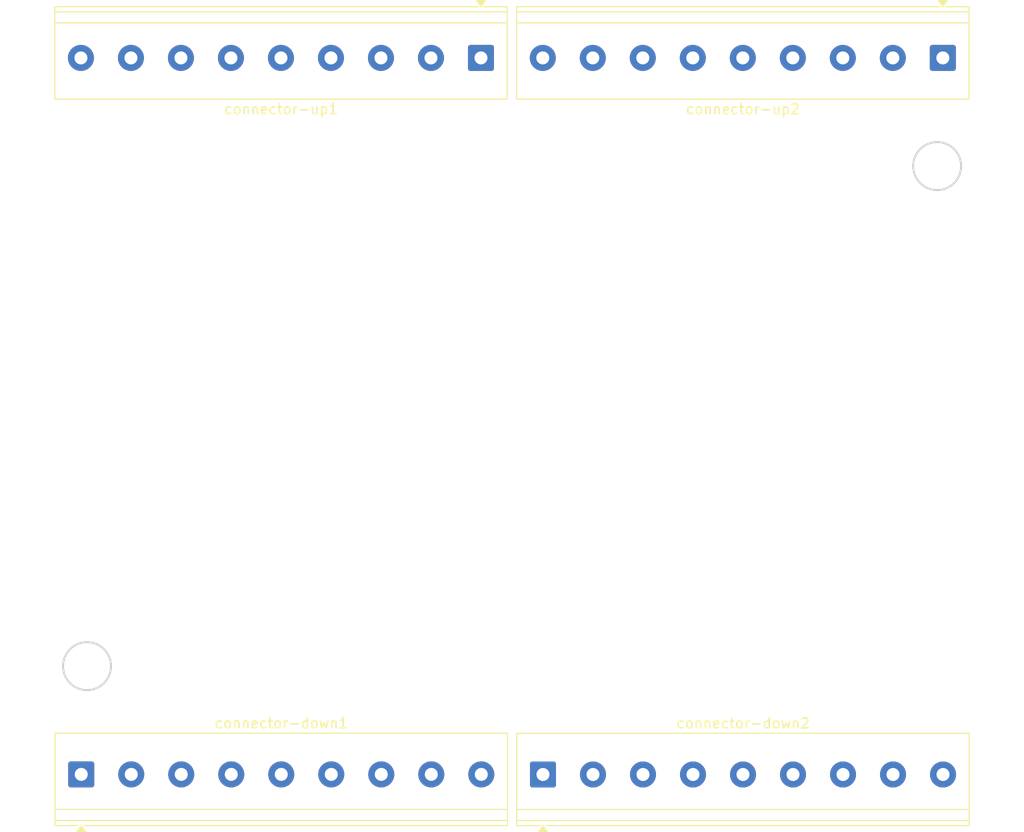
<source format=kicad_pcb>
(kicad_pcb (version 20241229) (generator "pcbnew") (generator_version "9.0")
  (layers (0 "F.Cu" signal) (2 "B.Cu" signal) (13 "F.Paste" user) (15 "B.Paste" user) (5 "F.SilkS" user "F.Silkscreen") (7 "B.SilkS" user "B.Silkscreen") (1 "F.Mask" user) (3 "B.Mask" user) (25 "Edge.Cuts" user))
  (net 0 "")
  (net 1 "/board-plc4uni-G1w/OUT-NPN-OPTO-2")
  (net 2 "/board-plc4uni-G1w/OUT-NPN-2")
  (net 3 "/board-plc4uni-G1w/OUT-NPN-OPTO-1")
  (net 4 "/board-plc4uni-G1w/OUT-COMMON-1")
  (net 5 "/board-plc4uni-G1w/OUT-PNP-1")
  (net 6 "/board-plc4uni-G1w/OUT-PNP-2")
  (net 7 "/board-plc4uni-G1w/OUT-PNP-3")
  (net 8 "/board-plc4uni-G1w/OUT-NC")
  (net 9 "/board-plc4uni-G1w/OUT-NPN-1")
  (net 15 "/board-plc4uni-G1w/OUT-NO-1")
  (net 16 "/board-plc4uni-G1w/OUT-NO-2")
  (net 18 "/board-plc4uni-G1w/OUT-COMMON-2")
  (net 19 "/board-plc4uni-G1w/IN-NPN-OPTO-2")
  (net 20 "/board-plc4uni-G1w/24V-SOURCE")
  (net 21 "/board-plc4uni-G1w/IN-NPN-1")
  (net 22 "/board-plc4uni-G1w/IN-PNP-2")
  (net 23 "/board-plc4uni-G1w/IN-NPN-OPTO-1")
  (net 24 "/board-plc4uni-G1w/0V-SOURCE")
  (net 25 "/board-plc4uni-G1w/IN-PNP-OPTO-1")
  (net 26 "/board-plc4uni-G1w/IN-NPN-2")
  (net 27 "/board-plc4uni-G1w/IN-PNP-1")
  (net 32 "/board-plc4uni-G1w/IN-PNP-OPTO-2")
  (footprint "TerminalBlock_Phoenix:TerminalBlock_Phoenix_PT-1,5-9-5.0-H_1x09_P5.00mm_Horizontal" (layer "F.Cu") (at 144.81 137.87)
    (property "Reference" "connector-down2" (at 20 -5.12 0) (layer "F.SilkS"))
    (property "Value" "Screw_Terminal_9_P5.00mm" (hide yes))
    (fp_line (start -2.62 -4.12) (end 42.62 -4.12) (stroke (width 0.12)) (layer "F.SilkS"))
    (fp_line (start -2.62 3.5) (end 42.62 3.5) (stroke (width 0.12)) (layer "F.SilkS"))
    (fp_line (start -2.62 4.6) (end 42.62 4.6) (stroke (width 0.12)) (layer "F.SilkS"))
    (fp_line (start -2.62 5.12) (end -2.62 -4.12) (stroke (width 0.12)) (layer "F.SilkS"))
    (fp_line (start -0.3 5.12) (end -2.62 5.12) (stroke (width 0.12)) (layer "F.SilkS"))
    (fp_line (start 42.62 -4.12) (end 42.62 5.12) (stroke (width 0.12)) (layer "F.SilkS"))
    (fp_line (start 42.62 5.12) (end 0.3 5.12) (stroke (width 0.12)) (layer "F.SilkS"))
    (fp_poly (pts (xy 0 5.12) (xy 0.44 5.73) (xy -0.44 5.73)) (stroke (width 0.12)) (fill yes) (layer "F.SilkS"))
    (pad "1" thru_hole roundrect (at 0 0) (size 2.6 2.6) (drill 1.3) (layers "*.Cu" "*.Mask") (roundrect_rratio 0.096154) (net 15 "/board-plc4uni-G1w/OUT-NO-1"))
    (pad "2" thru_hole circle (at 5 0) (size 2.6 2.6) (drill 1.3) (layers "*.Cu" "*.Mask") (net 18 "/board-plc4uni-G1w/OUT-COMMON-2"))
    (pad "3" thru_hole circle (at 10 0) (size 2.6 2.6) (drill 1.3) (layers "*.Cu" "*.Mask") (net 16 "/board-plc4uni-G1w/OUT-NO-2"))
    (pad "4" thru_hole circle (at 15 0) (size 2.6 2.6) (drill 1.3) (layers "*.Cu" "*.Mask"))
    (pad "5" thru_hole circle (at 20 0) (size 2.6 2.6) (drill 1.3) (layers "*.Cu" "*.Mask"))
    (pad "6" thru_hole circle (at 25 0) (size 2.6 2.6) (drill 1.3) (layers "*.Cu" "*.Mask"))
    (pad "7" thru_hole circle (at 30 0) (size 2.6 2.6) (drill 1.3) (layers "*.Cu" "*.Mask"))
    (pad "8" thru_hole circle (at 35 0) (size 2.6 2.6) (drill 1.3) (layers "*.Cu" "*.Mask"))
    (pad "9" thru_hole circle (at 40 0) (size 2.6 2.6) (drill 1.3) (layers "*.Cu" "*.Mask"))
  )
  (footprint "TerminalBlock_Phoenix:TerminalBlock_Phoenix_PT-1,5-9-5.0-H_1x09_P5.00mm_Horizontal" (layer "F.Cu") (at 184.79 66.22 180)
    (property "Reference" "connector-up2" (at 20 -5.12 0) (layer "F.SilkS"))
    (property "Value" "Screw_Terminal_9_P5.00mm" (hide yes))
    (fp_line (start 42.62 5.12) (end 0.3 5.12) (stroke (width 0.12)) (layer "F.SilkS"))
    (fp_line (start 42.62 -4.12) (end 42.62 5.12) (stroke (width 0.12)) (layer "F.SilkS"))
    (fp_line (start -0.3 5.12) (end -2.62 5.12) (stroke (width 0.12)) (layer "F.SilkS"))
    (fp_line (start -2.62 5.12) (end -2.62 -4.12) (stroke (width 0.12)) (layer "F.SilkS"))
    (fp_line (start -2.62 4.6) (end 42.62 4.6) (stroke (width 0.12)) (layer "F.SilkS"))
    (fp_line (start -2.62 3.5) (end 42.62 3.5) (stroke (width 0.12)) (layer "F.SilkS"))
    (fp_line (start -2.62 -4.12) (end 42.62 -4.12) (stroke (width 0.12)) (layer "F.SilkS"))
    (fp_poly (pts (xy 0 5.12) (xy 0.44 5.73) (xy -0.44 5.73)) (stroke (width 0.12)) (fill yes) (layer "F.SilkS"))
    (pad "1" thru_hole roundrect (at 0 0 180) (size 2.6 2.6) (drill 1.3) (layers "*.Cu" "*.Mask") (roundrect_rratio 0.096154) (net 32 "/board-plc4uni-G1w/IN-PNP-OPTO-2"))
    (pad "2" thru_hole circle (at 5 0 180) (size 2.6 2.6) (drill 1.3) (layers "*.Cu" "*.Mask"))
    (pad "3" thru_hole circle (at 10 0 180) (size 2.6 2.6) (drill 1.3) (layers "*.Cu" "*.Mask"))
    (pad "4" thru_hole circle (at 15 0 180) (size 2.6 2.6) (drill 1.3) (layers "*.Cu" "*.Mask"))
    (pad "5" thru_hole circle (at 20 0 180) (size 2.6 2.6) (drill 1.3) (layers "*.Cu" "*.Mask"))
    (pad "6" thru_hole circle (at 25 0 180) (size 2.6 2.6) (drill 1.3) (layers "*.Cu" "*.Mask"))
    (pad "7" thru_hole circle (at 30 0 180) (size 2.6 2.6) (drill 1.3) (layers "*.Cu" "*.Mask"))
    (pad "8" thru_hole circle (at 35 0 180) (size 2.6 2.6) (drill 1.3) (layers "*.Cu" "*.Mask"))
    (pad "9" thru_hole circle (at 40 0 180) (size 2.6 2.6) (drill 1.3) (layers "*.Cu" "*.Mask"))
  )
  (footprint "TerminalBlock_Phoenix:TerminalBlock_Phoenix_PT-1,5-9-5.0-H_1x09_P5.00mm_Horizontal" (layer "F.Cu") (at 138.61 66.22 180)
    (property "Reference" "connector-up1" (at 20 -5.12 0) (layer "F.SilkS"))
    (property "Value" "Screw_Terminal_9_P5.00mm" (hide yes))
    (fp_line (start 42.62 5.12) (end 0.3 5.12) (stroke (width 0.12)) (layer "F.SilkS"))
    (fp_line (start 42.62 -4.12) (end 42.62 5.12) (stroke (width 0.12)) (layer "F.SilkS"))
    (fp_line (start -0.3 5.12) (end -2.62 5.12) (stroke (width 0.12)) (layer "F.SilkS"))
    (fp_line (start -2.62 5.12) (end -2.62 -4.12) (stroke (width 0.12)) (layer "F.SilkS"))
    (fp_line (start -2.62 4.6) (end 42.62 4.6) (stroke (width 0.12)) (layer "F.SilkS"))
    (fp_line (start -2.62 3.5) (end 42.62 3.5) (stroke (width 0.12)) (layer "F.SilkS"))
    (fp_line (start -2.62 -4.12) (end 42.62 -4.12) (stroke (width 0.12)) (layer "F.SilkS"))
    (fp_poly (pts (xy 0 5.12) (xy 0.44 5.73) (xy -0.44 5.73)) (stroke (width 0.12)) (fill yes) (layer "F.SilkS"))
    (pad "1" thru_hole roundrect (at 0 0 180) (size 2.6 2.6) (drill 1.3) (layers "*.Cu" "*.Mask") (roundrect_rratio 0.096154) (net 20 "/board-plc4uni-G1w/24V-SOURCE"))
    (pad "2" thru_hole circle (at 5 0 180) (size 2.6 2.6) (drill 1.3) (layers "*.Cu" "*.Mask") (net 24 "/board-plc4uni-G1w/0V-SOURCE"))
    (pad "3" thru_hole circle (at 10 0 180) (size 2.6 2.6) (drill 1.3) (layers "*.Cu" "*.Mask") (net 21 "/board-plc4uni-G1w/IN-NPN-1"))
    (pad "4" thru_hole circle (at 15 0 180) (size 2.6 2.6) (drill 1.3) (layers "*.Cu" "*.Mask") (net 26 "/board-plc4uni-G1w/IN-NPN-2"))
    (pad "5" thru_hole circle (at 20 0 180) (size 2.6 2.6) (drill 1.3) (layers "*.Cu" "*.Mask") (net 23 "/board-plc4uni-G1w/IN-NPN-OPTO-1"))
    (pad "6" thru_hole circle (at 25 0 180) (size 2.6 2.6) (drill 1.3) (layers "*.Cu" "*.Mask") (net 19 "/board-plc4uni-G1w/IN-NPN-OPTO-2"))
    (pad "7" thru_hole circle (at 30 0 180) (size 2.6 2.6) (drill 1.3) (layers "*.Cu" "*.Mask") (net 27 "/board-plc4uni-G1w/IN-PNP-1"))
    (pad "8" thru_hole circle (at 35 0 180) (size 2.6 2.6) (drill 1.3) (layers "*.Cu" "*.Mask") (net 22 "/board-plc4uni-G1w/IN-PNP-2"))
    (pad "9" thru_hole circle (at 40 0 180) (size 2.6 2.6) (drill 1.3) (layers "*.Cu" "*.Mask") (net 25 "/board-plc4uni-G1w/IN-PNP-OPTO-1"))
  )
  (footprint "TerminalBlock_Phoenix:TerminalBlock_Phoenix_PT-1,5-9-5.0-H_1x09_P5.00mm_Horizontal" (layer "F.Cu") (at 98.64 137.86)
    (property "Reference" "connector-down1" (at 20 -5.12 0) (layer "F.SilkS"))
    (property "Value" "Screw_Terminal_9_P5.00mm" (hide yes))
    (fp_line (start -2.62 -4.12) (end 42.62 -4.12) (stroke (width 0.12)) (layer "F.SilkS"))
    (fp_line (start -2.62 3.5) (end 42.62 3.5) (stroke (width 0.12)) (layer "F.SilkS"))
    (fp_line (start -2.62 4.6) (end 42.62 4.6) (stroke (width 0.12)) (layer "F.SilkS"))
    (fp_line (start -2.62 5.12) (end -2.62 -4.12) (stroke (width 0.12)) (layer "F.SilkS"))
    (fp_line (start -0.3 5.12) (end -2.62 5.12) (stroke (width 0.12)) (layer "F.SilkS"))
    (fp_line (start 42.62 -4.12) (end 42.62 5.12) (stroke (width 0.12)) (layer "F.SilkS"))
    (fp_line (start 42.62 5.12) (end 0.3 5.12) (stroke (width 0.12)) (layer "F.SilkS"))
    (fp_poly (pts (xy 0 5.12) (xy 0.44 5.73) (xy -0.44 5.73)) (stroke (width 0.12)) (fill yes) (layer "F.SilkS"))
    (pad "1" thru_hole roundrect (at 0 0) (size 2.6 2.6) (drill 1.3) (layers "*.Cu" "*.Mask") (roundrect_rratio 0.096154) (net 9 "/board-plc4uni-G1w/OUT-NPN-1"))
    (pad "2" thru_hole circle (at 5 0) (size 2.6 2.6) (drill 1.3) (layers "*.Cu" "*.Mask") (net 2 "/board-plc4uni-G1w/OUT-NPN-2"))
    (pad "3" thru_hole circle (at 10 0) (size 2.6 2.6) (drill 1.3) (layers "*.Cu" "*.Mask") (net 3 "/board-plc4uni-G1w/OUT-NPN-OPTO-1"))
    (pad "4" thru_hole circle (at 15 0) (size 2.6 2.6) (drill 1.3) (layers "*.Cu" "*.Mask") (net 1 "/board-plc4uni-G1w/OUT-NPN-OPTO-2"))
    (pad "5" thru_hole circle (at 20 0) (size 2.6 2.6) (drill 1.3) (layers "*.Cu" "*.Mask") (net 5 "/board-plc4uni-G1w/OUT-PNP-1"))
    (pad "6" thru_hole circle (at 25 0) (size 2.6 2.6) (drill 1.3) (layers "*.Cu" "*.Mask") (net 6 "/board-plc4uni-G1w/OUT-PNP-2"))
    (pad "7" thru_hole circle (at 30 0) (size 2.6 2.6) (drill 1.3) (layers "*.Cu" "*.Mask") (net 7 "/board-plc4uni-G1w/OUT-PNP-3"))
    (pad "8" thru_hole circle (at 35 0) (size 2.6 2.6) (drill 1.3) (layers "*.Cu" "*.Mask") (net 8 "/board-plc4uni-G1w/OUT-NC"))
    (pad "9" thru_hole circle (at 40 0) (size 2.6 2.6) (drill 1.3) (layers "*.Cu" "*.Mask") (net 4 "/board-plc4uni-G1w/OUT-COMMON-1"))
  )
  (gr_circle (center 184.22 77.035) (end 186.62 77.035) (stroke (width 0.2032)) (fill no) (layer "Edge.Cuts"))
  (gr_circle (center 99.22 127.035) (end 101.62 127.035) (stroke (width 0.2032)) (fill no) (layer "Edge.Cuts"))
)
</source>
